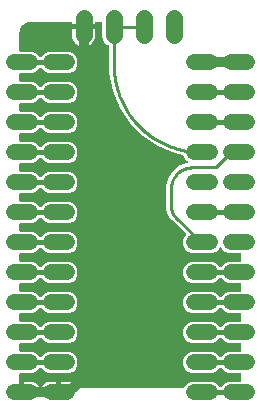
<source format=gbr>
G04 EAGLE Gerber RS-274X export*
G75*
%MOMM*%
%FSLAX34Y34*%
%LPD*%
%INBottom Copper*%
%IPPOS*%
%AMOC8*
5,1,8,0,0,1.08239X$1,22.5*%
G01*
%ADD10C,1.320800*%
%ADD11C,1.422400*%
%ADD12C,0.406400*%
%ADD13C,0.254000*%
%ADD14C,0.812800*%

G36*
X16882Y13986D02*
X16882Y13986D01*
X17001Y13993D01*
X17039Y14006D01*
X17080Y14011D01*
X17190Y14054D01*
X17303Y14091D01*
X17338Y14113D01*
X17375Y14128D01*
X17471Y14197D01*
X17572Y14261D01*
X17600Y14291D01*
X17633Y14314D01*
X17709Y14406D01*
X17790Y14493D01*
X17810Y14528D01*
X17835Y14559D01*
X17886Y14667D01*
X17944Y14771D01*
X17954Y14811D01*
X17971Y14847D01*
X17993Y14964D01*
X18023Y15079D01*
X18027Y15139D01*
X18031Y15159D01*
X18029Y15180D01*
X18033Y15240D01*
X18033Y19305D01*
X23326Y19305D01*
X24747Y19080D01*
X26116Y18635D01*
X27399Y17981D01*
X28563Y17135D01*
X29581Y16117D01*
X30427Y14953D01*
X30492Y14826D01*
X30515Y14793D01*
X30530Y14756D01*
X30604Y14662D01*
X30671Y14563D01*
X30701Y14536D01*
X30725Y14505D01*
X30820Y14431D01*
X30909Y14352D01*
X30945Y14334D01*
X30976Y14310D01*
X31086Y14262D01*
X31193Y14208D01*
X31232Y14199D01*
X31268Y14183D01*
X31386Y14164D01*
X31503Y14138D01*
X31543Y14140D01*
X31582Y14133D01*
X31701Y14144D01*
X31821Y14148D01*
X31859Y14159D01*
X31899Y14163D01*
X32011Y14203D01*
X32126Y14237D01*
X32161Y14257D01*
X32198Y14270D01*
X32297Y14338D01*
X32400Y14398D01*
X32428Y14426D01*
X32461Y14449D01*
X32541Y14539D01*
X32625Y14623D01*
X32646Y14657D01*
X32672Y14687D01*
X32754Y14826D01*
X32819Y14953D01*
X33665Y16117D01*
X34683Y17135D01*
X35847Y17981D01*
X37130Y18635D01*
X38499Y19080D01*
X39920Y19305D01*
X45213Y19305D01*
X45213Y15240D01*
X45228Y15122D01*
X45235Y15003D01*
X45247Y14965D01*
X45253Y14924D01*
X45296Y14814D01*
X45333Y14701D01*
X45355Y14666D01*
X45370Y14629D01*
X45439Y14533D01*
X45503Y14432D01*
X45533Y14404D01*
X45556Y14371D01*
X45648Y14295D01*
X45735Y14214D01*
X45770Y14194D01*
X45801Y14169D01*
X45909Y14118D01*
X46013Y14060D01*
X46053Y14050D01*
X46089Y14033D01*
X46206Y14011D01*
X46321Y13981D01*
X46381Y13977D01*
X46401Y13973D01*
X46422Y13975D01*
X46482Y13971D01*
X48006Y13971D01*
X48124Y13986D01*
X48243Y13993D01*
X48281Y14006D01*
X48322Y14011D01*
X48432Y14054D01*
X48545Y14091D01*
X48580Y14113D01*
X48617Y14128D01*
X48713Y14197D01*
X48814Y14261D01*
X48842Y14291D01*
X48875Y14314D01*
X48951Y14406D01*
X49032Y14493D01*
X49052Y14528D01*
X49077Y14559D01*
X49128Y14667D01*
X49186Y14771D01*
X49196Y14811D01*
X49213Y14847D01*
X49235Y14964D01*
X49265Y15079D01*
X49269Y15139D01*
X49273Y15159D01*
X49271Y15180D01*
X49275Y15240D01*
X49275Y19305D01*
X54568Y19305D01*
X55989Y19080D01*
X57358Y18635D01*
X58641Y17981D01*
X59805Y17135D01*
X60823Y16117D01*
X61669Y14953D01*
X61817Y14664D01*
X61894Y14549D01*
X61969Y14432D01*
X61984Y14418D01*
X61995Y14401D01*
X62099Y14309D01*
X62200Y14214D01*
X62218Y14204D01*
X62234Y14190D01*
X62357Y14128D01*
X62479Y14060D01*
X62499Y14055D01*
X62517Y14046D01*
X62653Y14016D01*
X62787Y13981D01*
X62815Y13979D01*
X62827Y13976D01*
X62848Y13977D01*
X62947Y13971D01*
X152630Y13971D01*
X152660Y13974D01*
X152689Y13972D01*
X152817Y13994D01*
X152946Y14011D01*
X152973Y14021D01*
X153002Y14026D01*
X153121Y14080D01*
X153241Y14128D01*
X153265Y14145D01*
X153292Y14157D01*
X153394Y14238D01*
X153499Y14314D01*
X153518Y14337D01*
X153541Y14356D01*
X153619Y14459D01*
X153702Y14559D01*
X153714Y14586D01*
X153732Y14610D01*
X153803Y14754D01*
X154045Y15340D01*
X156618Y17913D01*
X159979Y19305D01*
X176825Y19305D01*
X180186Y17913D01*
X182822Y15276D01*
X182843Y15240D01*
X182864Y15219D01*
X182879Y15194D01*
X182974Y15105D01*
X183064Y15012D01*
X183089Y14996D01*
X183111Y14976D01*
X183225Y14913D01*
X183335Y14845D01*
X183364Y14837D01*
X183390Y14822D01*
X183515Y14790D01*
X183639Y14752D01*
X183669Y14750D01*
X183697Y14743D01*
X183858Y14733D01*
X184188Y14733D01*
X184217Y14736D01*
X184247Y14734D01*
X184375Y14756D01*
X184503Y14773D01*
X184531Y14783D01*
X184560Y14789D01*
X184679Y14842D01*
X184799Y14890D01*
X184823Y14907D01*
X184850Y14919D01*
X184951Y15000D01*
X185056Y15076D01*
X185075Y15099D01*
X185098Y15118D01*
X185176Y15221D01*
X185213Y15265D01*
X187860Y17913D01*
X191221Y19305D01*
X200660Y19305D01*
X200778Y19320D01*
X200897Y19327D01*
X200935Y19340D01*
X200976Y19345D01*
X201086Y19388D01*
X201199Y19425D01*
X201234Y19447D01*
X201271Y19462D01*
X201367Y19531D01*
X201468Y19595D01*
X201496Y19625D01*
X201529Y19648D01*
X201605Y19740D01*
X201686Y19827D01*
X201706Y19862D01*
X201731Y19893D01*
X201782Y20001D01*
X201840Y20105D01*
X201850Y20145D01*
X201867Y20181D01*
X201889Y20298D01*
X201919Y20413D01*
X201923Y20473D01*
X201927Y20493D01*
X201925Y20514D01*
X201929Y20574D01*
X201929Y25146D01*
X201914Y25264D01*
X201907Y25383D01*
X201894Y25421D01*
X201889Y25462D01*
X201846Y25572D01*
X201809Y25685D01*
X201787Y25720D01*
X201772Y25757D01*
X201703Y25853D01*
X201639Y25954D01*
X201609Y25982D01*
X201586Y26015D01*
X201494Y26091D01*
X201407Y26172D01*
X201372Y26192D01*
X201341Y26217D01*
X201233Y26268D01*
X201129Y26326D01*
X201089Y26336D01*
X201053Y26353D01*
X200936Y26375D01*
X200821Y26405D01*
X200761Y26409D01*
X200741Y26413D01*
X200720Y26411D01*
X200660Y26415D01*
X191221Y26415D01*
X187860Y27807D01*
X185224Y30444D01*
X185203Y30480D01*
X185182Y30501D01*
X185167Y30526D01*
X185072Y30615D01*
X184982Y30708D01*
X184957Y30724D01*
X184935Y30744D01*
X184821Y30807D01*
X184711Y30875D01*
X184682Y30883D01*
X184656Y30898D01*
X184531Y30930D01*
X184407Y30968D01*
X184377Y30970D01*
X184349Y30977D01*
X184188Y30987D01*
X183858Y30987D01*
X183829Y30984D01*
X183799Y30986D01*
X183671Y30964D01*
X183543Y30947D01*
X183515Y30937D01*
X183486Y30931D01*
X183367Y30878D01*
X183247Y30830D01*
X183223Y30813D01*
X183196Y30801D01*
X183095Y30720D01*
X182990Y30644D01*
X182971Y30621D01*
X182948Y30602D01*
X182870Y30499D01*
X182833Y30455D01*
X180186Y27807D01*
X176825Y26415D01*
X159979Y26415D01*
X156618Y27807D01*
X154045Y30380D01*
X152653Y33741D01*
X152653Y37379D01*
X154045Y40740D01*
X156618Y43313D01*
X159979Y44705D01*
X176825Y44705D01*
X180186Y43313D01*
X182822Y40676D01*
X182843Y40640D01*
X182864Y40619D01*
X182879Y40594D01*
X182974Y40505D01*
X183064Y40412D01*
X183089Y40396D01*
X183111Y40376D01*
X183225Y40313D01*
X183335Y40245D01*
X183364Y40237D01*
X183390Y40222D01*
X183515Y40190D01*
X183639Y40152D01*
X183669Y40150D01*
X183697Y40143D01*
X183858Y40133D01*
X184188Y40133D01*
X184217Y40136D01*
X184247Y40134D01*
X184375Y40156D01*
X184503Y40173D01*
X184531Y40183D01*
X184560Y40189D01*
X184679Y40242D01*
X184799Y40290D01*
X184823Y40307D01*
X184850Y40319D01*
X184951Y40400D01*
X185056Y40476D01*
X185075Y40499D01*
X185098Y40518D01*
X185176Y40621D01*
X185213Y40665D01*
X187860Y43313D01*
X191221Y44705D01*
X200660Y44705D01*
X200778Y44720D01*
X200897Y44727D01*
X200935Y44740D01*
X200976Y44745D01*
X201086Y44788D01*
X201199Y44825D01*
X201234Y44847D01*
X201271Y44862D01*
X201367Y44931D01*
X201468Y44995D01*
X201496Y45025D01*
X201529Y45048D01*
X201605Y45140D01*
X201686Y45227D01*
X201706Y45262D01*
X201731Y45293D01*
X201782Y45401D01*
X201840Y45505D01*
X201850Y45545D01*
X201867Y45581D01*
X201889Y45698D01*
X201919Y45813D01*
X201923Y45873D01*
X201927Y45893D01*
X201925Y45914D01*
X201929Y45974D01*
X201929Y50546D01*
X201914Y50664D01*
X201907Y50783D01*
X201894Y50821D01*
X201889Y50862D01*
X201846Y50972D01*
X201809Y51085D01*
X201787Y51120D01*
X201772Y51157D01*
X201703Y51253D01*
X201639Y51354D01*
X201609Y51382D01*
X201586Y51415D01*
X201494Y51491D01*
X201407Y51572D01*
X201372Y51592D01*
X201341Y51617D01*
X201233Y51668D01*
X201129Y51726D01*
X201089Y51736D01*
X201053Y51753D01*
X200936Y51775D01*
X200821Y51805D01*
X200761Y51809D01*
X200741Y51813D01*
X200720Y51811D01*
X200660Y51815D01*
X191221Y51815D01*
X187860Y53207D01*
X185224Y55844D01*
X185203Y55880D01*
X185182Y55901D01*
X185167Y55926D01*
X185072Y56015D01*
X184982Y56108D01*
X184957Y56124D01*
X184935Y56144D01*
X184821Y56207D01*
X184711Y56275D01*
X184682Y56283D01*
X184656Y56298D01*
X184531Y56330D01*
X184407Y56368D01*
X184377Y56370D01*
X184349Y56377D01*
X184188Y56387D01*
X183858Y56387D01*
X183829Y56384D01*
X183799Y56386D01*
X183671Y56364D01*
X183543Y56347D01*
X183515Y56337D01*
X183486Y56331D01*
X183367Y56278D01*
X183247Y56230D01*
X183223Y56213D01*
X183196Y56201D01*
X183095Y56120D01*
X182990Y56044D01*
X182971Y56021D01*
X182948Y56002D01*
X182870Y55899D01*
X182833Y55855D01*
X180186Y53207D01*
X176825Y51815D01*
X159979Y51815D01*
X156618Y53207D01*
X154045Y55780D01*
X152653Y59141D01*
X152653Y62779D01*
X154045Y66140D01*
X156618Y68713D01*
X159979Y70105D01*
X176825Y70105D01*
X180186Y68713D01*
X182822Y66076D01*
X182843Y66040D01*
X182864Y66019D01*
X182879Y65994D01*
X182974Y65905D01*
X183064Y65812D01*
X183089Y65796D01*
X183111Y65776D01*
X183225Y65713D01*
X183335Y65645D01*
X183364Y65637D01*
X183390Y65622D01*
X183515Y65590D01*
X183639Y65552D01*
X183669Y65550D01*
X183697Y65543D01*
X183858Y65533D01*
X184188Y65533D01*
X184217Y65536D01*
X184247Y65534D01*
X184375Y65556D01*
X184503Y65573D01*
X184531Y65583D01*
X184560Y65589D01*
X184679Y65642D01*
X184799Y65690D01*
X184823Y65707D01*
X184850Y65719D01*
X184951Y65800D01*
X185056Y65876D01*
X185075Y65899D01*
X185098Y65918D01*
X185176Y66021D01*
X185213Y66065D01*
X187860Y68713D01*
X191221Y70105D01*
X200660Y70105D01*
X200778Y70120D01*
X200897Y70127D01*
X200935Y70140D01*
X200976Y70145D01*
X201086Y70188D01*
X201199Y70225D01*
X201234Y70247D01*
X201271Y70262D01*
X201367Y70331D01*
X201468Y70395D01*
X201496Y70425D01*
X201529Y70448D01*
X201605Y70540D01*
X201686Y70627D01*
X201706Y70662D01*
X201731Y70693D01*
X201782Y70801D01*
X201840Y70905D01*
X201850Y70945D01*
X201867Y70981D01*
X201889Y71098D01*
X201919Y71213D01*
X201923Y71273D01*
X201927Y71293D01*
X201925Y71314D01*
X201929Y71374D01*
X201929Y75946D01*
X201914Y76064D01*
X201907Y76183D01*
X201894Y76221D01*
X201889Y76262D01*
X201846Y76372D01*
X201809Y76485D01*
X201787Y76520D01*
X201772Y76557D01*
X201703Y76653D01*
X201639Y76754D01*
X201609Y76782D01*
X201586Y76815D01*
X201494Y76891D01*
X201407Y76972D01*
X201372Y76992D01*
X201341Y77017D01*
X201233Y77068D01*
X201129Y77126D01*
X201089Y77136D01*
X201053Y77153D01*
X200936Y77175D01*
X200821Y77205D01*
X200761Y77209D01*
X200741Y77213D01*
X200720Y77211D01*
X200660Y77215D01*
X191221Y77215D01*
X187860Y78607D01*
X185224Y81244D01*
X185203Y81280D01*
X185182Y81301D01*
X185167Y81326D01*
X185072Y81415D01*
X184982Y81508D01*
X184957Y81524D01*
X184935Y81544D01*
X184821Y81607D01*
X184711Y81675D01*
X184682Y81683D01*
X184656Y81698D01*
X184531Y81730D01*
X184407Y81768D01*
X184377Y81770D01*
X184349Y81777D01*
X184188Y81787D01*
X183858Y81787D01*
X183829Y81784D01*
X183799Y81786D01*
X183671Y81764D01*
X183543Y81747D01*
X183515Y81737D01*
X183486Y81731D01*
X183367Y81678D01*
X183247Y81630D01*
X183223Y81613D01*
X183196Y81601D01*
X183095Y81520D01*
X182990Y81444D01*
X182971Y81421D01*
X182948Y81402D01*
X182870Y81299D01*
X182833Y81255D01*
X180186Y78607D01*
X176825Y77215D01*
X159979Y77215D01*
X156618Y78607D01*
X154045Y81180D01*
X152653Y84541D01*
X152653Y88179D01*
X154045Y91540D01*
X156618Y94113D01*
X159979Y95505D01*
X176825Y95505D01*
X180186Y94113D01*
X182822Y91476D01*
X182843Y91440D01*
X182864Y91419D01*
X182879Y91394D01*
X182974Y91305D01*
X183064Y91212D01*
X183089Y91196D01*
X183111Y91176D01*
X183225Y91113D01*
X183335Y91045D01*
X183364Y91037D01*
X183390Y91022D01*
X183515Y90990D01*
X183639Y90952D01*
X183669Y90950D01*
X183697Y90943D01*
X183858Y90933D01*
X184188Y90933D01*
X184217Y90936D01*
X184247Y90934D01*
X184375Y90956D01*
X184503Y90973D01*
X184531Y90983D01*
X184560Y90989D01*
X184679Y91042D01*
X184799Y91090D01*
X184823Y91107D01*
X184850Y91119D01*
X184951Y91200D01*
X185056Y91276D01*
X185075Y91299D01*
X185098Y91318D01*
X185176Y91421D01*
X185213Y91465D01*
X187860Y94113D01*
X191221Y95505D01*
X200660Y95505D01*
X200778Y95520D01*
X200897Y95527D01*
X200935Y95540D01*
X200976Y95545D01*
X201086Y95588D01*
X201199Y95625D01*
X201234Y95647D01*
X201271Y95662D01*
X201367Y95731D01*
X201468Y95795D01*
X201496Y95825D01*
X201529Y95848D01*
X201605Y95940D01*
X201686Y96027D01*
X201706Y96062D01*
X201731Y96093D01*
X201782Y96201D01*
X201840Y96305D01*
X201850Y96345D01*
X201867Y96381D01*
X201889Y96498D01*
X201919Y96613D01*
X201923Y96673D01*
X201927Y96693D01*
X201925Y96714D01*
X201929Y96774D01*
X201929Y101346D01*
X201914Y101464D01*
X201907Y101583D01*
X201894Y101621D01*
X201889Y101662D01*
X201846Y101772D01*
X201809Y101885D01*
X201787Y101920D01*
X201772Y101957D01*
X201703Y102053D01*
X201639Y102154D01*
X201609Y102182D01*
X201586Y102215D01*
X201494Y102291D01*
X201407Y102372D01*
X201372Y102392D01*
X201341Y102417D01*
X201233Y102468D01*
X201129Y102526D01*
X201089Y102536D01*
X201053Y102553D01*
X200936Y102575D01*
X200821Y102605D01*
X200761Y102609D01*
X200741Y102613D01*
X200720Y102611D01*
X200660Y102615D01*
X191221Y102615D01*
X187860Y104007D01*
X185224Y106644D01*
X185203Y106680D01*
X185182Y106701D01*
X185167Y106726D01*
X185072Y106815D01*
X184982Y106908D01*
X184957Y106924D01*
X184935Y106944D01*
X184821Y107007D01*
X184711Y107075D01*
X184682Y107083D01*
X184656Y107098D01*
X184531Y107130D01*
X184407Y107168D01*
X184377Y107170D01*
X184349Y107177D01*
X184188Y107187D01*
X183858Y107187D01*
X183829Y107184D01*
X183799Y107186D01*
X183671Y107164D01*
X183543Y107147D01*
X183515Y107137D01*
X183486Y107131D01*
X183367Y107078D01*
X183247Y107030D01*
X183223Y107013D01*
X183196Y107001D01*
X183095Y106920D01*
X182990Y106844D01*
X182971Y106821D01*
X182948Y106802D01*
X182870Y106699D01*
X182833Y106655D01*
X180186Y104007D01*
X176825Y102615D01*
X159979Y102615D01*
X156618Y104007D01*
X154045Y106580D01*
X152653Y109941D01*
X152653Y113579D01*
X154045Y116940D01*
X156618Y119513D01*
X159979Y120905D01*
X176825Y120905D01*
X180186Y119513D01*
X182822Y116876D01*
X182843Y116840D01*
X182864Y116819D01*
X182879Y116794D01*
X182974Y116705D01*
X183064Y116612D01*
X183089Y116596D01*
X183111Y116576D01*
X183225Y116513D01*
X183335Y116445D01*
X183364Y116437D01*
X183390Y116422D01*
X183515Y116390D01*
X183639Y116352D01*
X183669Y116350D01*
X183697Y116343D01*
X183858Y116333D01*
X184188Y116333D01*
X184217Y116336D01*
X184247Y116334D01*
X184375Y116356D01*
X184503Y116373D01*
X184531Y116383D01*
X184560Y116389D01*
X184679Y116442D01*
X184799Y116490D01*
X184823Y116507D01*
X184850Y116519D01*
X184951Y116600D01*
X185056Y116676D01*
X185075Y116699D01*
X185098Y116718D01*
X185176Y116821D01*
X185213Y116865D01*
X187860Y119513D01*
X191221Y120905D01*
X200660Y120905D01*
X200778Y120920D01*
X200897Y120927D01*
X200935Y120940D01*
X200976Y120945D01*
X201086Y120988D01*
X201199Y121025D01*
X201234Y121047D01*
X201271Y121062D01*
X201367Y121131D01*
X201468Y121195D01*
X201496Y121225D01*
X201529Y121248D01*
X201605Y121340D01*
X201686Y121427D01*
X201706Y121462D01*
X201731Y121493D01*
X201782Y121601D01*
X201840Y121705D01*
X201850Y121745D01*
X201867Y121781D01*
X201889Y121898D01*
X201919Y122013D01*
X201923Y122073D01*
X201927Y122093D01*
X201925Y122114D01*
X201929Y122174D01*
X201929Y126746D01*
X201914Y126864D01*
X201907Y126983D01*
X201894Y127021D01*
X201889Y127062D01*
X201846Y127172D01*
X201809Y127285D01*
X201787Y127320D01*
X201772Y127357D01*
X201703Y127453D01*
X201639Y127554D01*
X201609Y127582D01*
X201586Y127615D01*
X201494Y127691D01*
X201407Y127772D01*
X201372Y127792D01*
X201341Y127817D01*
X201233Y127868D01*
X201129Y127926D01*
X201089Y127936D01*
X201053Y127953D01*
X200936Y127975D01*
X200821Y128005D01*
X200761Y128009D01*
X200741Y128013D01*
X200720Y128011D01*
X200660Y128015D01*
X191221Y128015D01*
X187860Y129407D01*
X185287Y131980D01*
X185196Y132202D01*
X185127Y132322D01*
X185062Y132445D01*
X185048Y132460D01*
X185038Y132478D01*
X184942Y132578D01*
X184848Y132681D01*
X184831Y132692D01*
X184817Y132706D01*
X184699Y132779D01*
X184582Y132855D01*
X184563Y132862D01*
X184546Y132873D01*
X184413Y132913D01*
X184281Y132959D01*
X184261Y132960D01*
X184242Y132966D01*
X184103Y132973D01*
X183964Y132984D01*
X183944Y132980D01*
X183924Y132981D01*
X183788Y132953D01*
X183651Y132929D01*
X183632Y132921D01*
X183613Y132917D01*
X183488Y132856D01*
X183361Y132799D01*
X183345Y132786D01*
X183327Y132777D01*
X183221Y132687D01*
X183113Y132600D01*
X183100Y132584D01*
X183085Y132571D01*
X183005Y132457D01*
X182921Y132346D01*
X182909Y132321D01*
X182902Y132311D01*
X182895Y132292D01*
X182850Y132202D01*
X182759Y131980D01*
X180186Y129407D01*
X176825Y128015D01*
X159979Y128015D01*
X156618Y129407D01*
X154045Y131980D01*
X152653Y135341D01*
X152653Y138979D01*
X154045Y142340D01*
X154661Y142955D01*
X154734Y143049D01*
X154812Y143139D01*
X154831Y143175D01*
X154856Y143206D01*
X154903Y143316D01*
X154957Y143422D01*
X154966Y143461D01*
X154982Y143498D01*
X155001Y143616D01*
X155027Y143732D01*
X155025Y143772D01*
X155032Y143812D01*
X155021Y143931D01*
X155017Y144050D01*
X155006Y144089D01*
X155002Y144129D01*
X154962Y144241D01*
X154929Y144355D01*
X154908Y144390D01*
X154894Y144428D01*
X154828Y144527D01*
X154767Y144629D01*
X154727Y144675D01*
X154716Y144691D01*
X154701Y144705D01*
X154661Y144750D01*
X143279Y156132D01*
X143278Y156132D01*
X143278Y156133D01*
X143264Y156146D01*
X143264Y156147D01*
X143262Y156149D01*
X140943Y158468D01*
X138429Y164537D01*
X138429Y167748D01*
X138429Y186148D01*
X140560Y192707D01*
X144614Y198286D01*
X150193Y202340D01*
X155539Y204077D01*
X155629Y204119D01*
X155722Y204153D01*
X155772Y204186D01*
X155827Y204212D01*
X155903Y204275D01*
X155985Y204331D01*
X156025Y204376D01*
X156072Y204415D01*
X156130Y204495D01*
X156196Y204570D01*
X156223Y204623D01*
X156259Y204672D01*
X156295Y204764D01*
X156341Y204853D01*
X156354Y204912D01*
X156376Y204968D01*
X156388Y205066D01*
X156410Y205163D01*
X156408Y205223D01*
X156416Y205283D01*
X156404Y205382D01*
X156401Y205481D01*
X156384Y205539D01*
X156376Y205599D01*
X156340Y205691D01*
X156312Y205786D01*
X156282Y205838D01*
X156259Y205894D01*
X156201Y205975D01*
X156151Y206060D01*
X156085Y206135D01*
X156073Y206152D01*
X156063Y206160D01*
X156044Y206181D01*
X154045Y208180D01*
X153092Y210482D01*
X153060Y210538D01*
X153037Y210598D01*
X152982Y210675D01*
X152934Y210758D01*
X152890Y210804D01*
X152852Y210857D01*
X152780Y210918D01*
X152713Y210987D01*
X152658Y211020D01*
X152609Y211062D01*
X152523Y211103D01*
X152442Y211153D01*
X152381Y211172D01*
X152323Y211200D01*
X152167Y211241D01*
X145508Y212566D01*
X131225Y218482D01*
X118370Y227071D01*
X107437Y238004D01*
X98848Y250859D01*
X92932Y265142D01*
X89915Y280306D01*
X89915Y302956D01*
X89912Y302986D01*
X89914Y303015D01*
X89892Y303143D01*
X89875Y303272D01*
X89865Y303299D01*
X89860Y303328D01*
X89806Y303447D01*
X89758Y303568D01*
X89741Y303591D01*
X89729Y303618D01*
X89648Y303720D01*
X89572Y303825D01*
X89549Y303844D01*
X89530Y303867D01*
X89427Y303945D01*
X89327Y304028D01*
X89300Y304040D01*
X89276Y304058D01*
X89132Y304129D01*
X88258Y304491D01*
X85543Y307206D01*
X84073Y310754D01*
X84073Y322580D01*
X84058Y322698D01*
X84051Y322817D01*
X84038Y322855D01*
X84033Y322896D01*
X83990Y323006D01*
X83953Y323119D01*
X83931Y323154D01*
X83916Y323191D01*
X83847Y323287D01*
X83783Y323388D01*
X83753Y323416D01*
X83730Y323449D01*
X83638Y323525D01*
X83551Y323606D01*
X83516Y323626D01*
X83485Y323651D01*
X83377Y323702D01*
X83273Y323760D01*
X83233Y323770D01*
X83197Y323787D01*
X83080Y323809D01*
X82965Y323839D01*
X82905Y323843D01*
X82885Y323847D01*
X82864Y323845D01*
X82804Y323849D01*
X79248Y323849D01*
X79130Y323834D01*
X79011Y323827D01*
X78973Y323814D01*
X78932Y323809D01*
X78822Y323766D01*
X78709Y323729D01*
X78674Y323707D01*
X78637Y323692D01*
X78541Y323623D01*
X78440Y323559D01*
X78412Y323529D01*
X78379Y323506D01*
X78303Y323414D01*
X78222Y323327D01*
X78202Y323292D01*
X78177Y323261D01*
X78126Y323153D01*
X78068Y323049D01*
X78058Y323009D01*
X78041Y322973D01*
X78019Y322856D01*
X77989Y322741D01*
X77985Y322681D01*
X77981Y322661D01*
X77983Y322640D01*
X77979Y322580D01*
X77979Y322071D01*
X69342Y322071D01*
X69224Y322056D01*
X69105Y322049D01*
X69067Y322036D01*
X69027Y322031D01*
X68916Y321988D01*
X68803Y321951D01*
X68769Y321929D01*
X68731Y321914D01*
X68635Y321845D01*
X68534Y321781D01*
X68506Y321751D01*
X68474Y321728D01*
X68398Y321636D01*
X68323Y321556D01*
X68289Y321610D01*
X68259Y321638D01*
X68235Y321671D01*
X68144Y321747D01*
X68057Y321828D01*
X68022Y321848D01*
X67990Y321873D01*
X67883Y321924D01*
X67778Y321982D01*
X67739Y321992D01*
X67703Y322009D01*
X67586Y322031D01*
X67470Y322061D01*
X67410Y322065D01*
X67390Y322069D01*
X67370Y322067D01*
X67310Y322071D01*
X58673Y322071D01*
X58673Y322580D01*
X58658Y322698D01*
X58651Y322817D01*
X58638Y322855D01*
X58633Y322896D01*
X58590Y323006D01*
X58553Y323119D01*
X58531Y323154D01*
X58516Y323191D01*
X58447Y323287D01*
X58383Y323388D01*
X58353Y323416D01*
X58330Y323449D01*
X58238Y323525D01*
X58151Y323606D01*
X58116Y323626D01*
X58085Y323651D01*
X57977Y323702D01*
X57873Y323760D01*
X57833Y323770D01*
X57797Y323787D01*
X57680Y323809D01*
X57565Y323839D01*
X57505Y323843D01*
X57485Y323847D01*
X57464Y323845D01*
X57404Y323849D01*
X22860Y323849D01*
X22838Y323847D01*
X22760Y323845D01*
X21568Y323752D01*
X21501Y323738D01*
X21432Y323733D01*
X21276Y323693D01*
X19008Y322957D01*
X18901Y322906D01*
X18791Y322863D01*
X18739Y322830D01*
X18721Y322821D01*
X18705Y322808D01*
X18655Y322776D01*
X16726Y321375D01*
X16639Y321294D01*
X16548Y321218D01*
X16509Y321171D01*
X16494Y321157D01*
X16483Y321140D01*
X16445Y321094D01*
X15044Y319165D01*
X14987Y319061D01*
X14923Y318961D01*
X14900Y318905D01*
X14890Y318887D01*
X14885Y318867D01*
X14863Y318812D01*
X14127Y316544D01*
X14114Y316476D01*
X14091Y316411D01*
X14068Y316252D01*
X13975Y315060D01*
X13976Y315038D01*
X13971Y314960D01*
X13971Y299974D01*
X13986Y299856D01*
X13993Y299737D01*
X14006Y299699D01*
X14011Y299658D01*
X14054Y299548D01*
X14091Y299435D01*
X14113Y299400D01*
X14128Y299363D01*
X14197Y299267D01*
X14261Y299166D01*
X14291Y299138D01*
X14314Y299105D01*
X14406Y299029D01*
X14493Y298948D01*
X14528Y298928D01*
X14559Y298903D01*
X14667Y298852D01*
X14771Y298794D01*
X14811Y298784D01*
X14847Y298767D01*
X14964Y298745D01*
X15079Y298715D01*
X15139Y298711D01*
X15159Y298707D01*
X15180Y298709D01*
X15240Y298705D01*
X24425Y298705D01*
X27786Y297313D01*
X30422Y294676D01*
X30443Y294640D01*
X30464Y294619D01*
X30479Y294594D01*
X30574Y294505D01*
X30664Y294412D01*
X30689Y294396D01*
X30711Y294376D01*
X30825Y294313D01*
X30935Y294245D01*
X30964Y294237D01*
X30990Y294222D01*
X31115Y294190D01*
X31239Y294152D01*
X31269Y294150D01*
X31297Y294143D01*
X31458Y294133D01*
X31788Y294133D01*
X31817Y294136D01*
X31847Y294134D01*
X31975Y294156D01*
X32103Y294173D01*
X32131Y294183D01*
X32160Y294189D01*
X32279Y294242D01*
X32399Y294290D01*
X32423Y294307D01*
X32450Y294319D01*
X32551Y294400D01*
X32656Y294476D01*
X32675Y294499D01*
X32698Y294518D01*
X32776Y294621D01*
X32813Y294665D01*
X35460Y297313D01*
X38821Y298705D01*
X55667Y298705D01*
X59028Y297313D01*
X61601Y294740D01*
X62993Y291379D01*
X62993Y287741D01*
X61601Y284380D01*
X59028Y281807D01*
X55667Y280415D01*
X38821Y280415D01*
X35460Y281807D01*
X32824Y284444D01*
X32803Y284480D01*
X32782Y284501D01*
X32767Y284526D01*
X32672Y284615D01*
X32582Y284708D01*
X32557Y284724D01*
X32535Y284744D01*
X32421Y284807D01*
X32311Y284875D01*
X32282Y284883D01*
X32256Y284898D01*
X32131Y284930D01*
X32007Y284968D01*
X31977Y284970D01*
X31949Y284977D01*
X31788Y284987D01*
X31458Y284987D01*
X31429Y284984D01*
X31399Y284986D01*
X31271Y284964D01*
X31143Y284947D01*
X31115Y284937D01*
X31086Y284931D01*
X30967Y284878D01*
X30847Y284830D01*
X30823Y284813D01*
X30796Y284801D01*
X30695Y284720D01*
X30590Y284644D01*
X30571Y284621D01*
X30548Y284602D01*
X30470Y284499D01*
X30433Y284455D01*
X27786Y281807D01*
X24425Y280415D01*
X15240Y280415D01*
X15122Y280400D01*
X15003Y280393D01*
X14965Y280380D01*
X14924Y280375D01*
X14814Y280332D01*
X14701Y280295D01*
X14666Y280273D01*
X14629Y280258D01*
X14533Y280189D01*
X14432Y280125D01*
X14404Y280095D01*
X14371Y280072D01*
X14295Y279980D01*
X14214Y279893D01*
X14194Y279858D01*
X14169Y279827D01*
X14118Y279719D01*
X14060Y279615D01*
X14050Y279575D01*
X14033Y279539D01*
X14011Y279422D01*
X13981Y279307D01*
X13977Y279247D01*
X13973Y279227D01*
X13975Y279206D01*
X13971Y279146D01*
X13971Y274574D01*
X13986Y274456D01*
X13993Y274337D01*
X14006Y274299D01*
X14011Y274258D01*
X14054Y274148D01*
X14091Y274035D01*
X14113Y274000D01*
X14128Y273963D01*
X14197Y273867D01*
X14261Y273766D01*
X14291Y273738D01*
X14314Y273705D01*
X14406Y273629D01*
X14493Y273548D01*
X14528Y273528D01*
X14559Y273503D01*
X14667Y273452D01*
X14771Y273394D01*
X14811Y273384D01*
X14847Y273367D01*
X14964Y273345D01*
X15079Y273315D01*
X15139Y273311D01*
X15159Y273307D01*
X15180Y273309D01*
X15240Y273305D01*
X24425Y273305D01*
X27786Y271913D01*
X30422Y269276D01*
X30443Y269240D01*
X30464Y269219D01*
X30479Y269194D01*
X30574Y269105D01*
X30664Y269012D01*
X30689Y268996D01*
X30711Y268976D01*
X30825Y268913D01*
X30935Y268845D01*
X30964Y268837D01*
X30990Y268822D01*
X31115Y268790D01*
X31239Y268752D01*
X31269Y268750D01*
X31297Y268743D01*
X31458Y268733D01*
X31788Y268733D01*
X31817Y268736D01*
X31847Y268734D01*
X31975Y268756D01*
X32103Y268773D01*
X32131Y268783D01*
X32160Y268789D01*
X32279Y268842D01*
X32399Y268890D01*
X32423Y268907D01*
X32450Y268919D01*
X32551Y269000D01*
X32656Y269076D01*
X32675Y269099D01*
X32698Y269118D01*
X32776Y269221D01*
X32813Y269265D01*
X35460Y271913D01*
X38821Y273305D01*
X55667Y273305D01*
X59028Y271913D01*
X61601Y269340D01*
X62993Y265979D01*
X62993Y262341D01*
X61601Y258980D01*
X59028Y256407D01*
X55667Y255015D01*
X38821Y255015D01*
X35460Y256407D01*
X32824Y259044D01*
X32803Y259080D01*
X32782Y259101D01*
X32767Y259126D01*
X32672Y259215D01*
X32582Y259308D01*
X32557Y259324D01*
X32535Y259344D01*
X32421Y259407D01*
X32311Y259475D01*
X32282Y259483D01*
X32256Y259498D01*
X32131Y259530D01*
X32007Y259568D01*
X31977Y259570D01*
X31949Y259577D01*
X31788Y259587D01*
X31458Y259587D01*
X31429Y259584D01*
X31399Y259586D01*
X31271Y259564D01*
X31143Y259547D01*
X31115Y259537D01*
X31086Y259531D01*
X30967Y259478D01*
X30847Y259430D01*
X30823Y259413D01*
X30796Y259401D01*
X30695Y259320D01*
X30590Y259244D01*
X30571Y259221D01*
X30548Y259202D01*
X30470Y259099D01*
X30433Y259055D01*
X27786Y256407D01*
X24425Y255015D01*
X15240Y255015D01*
X15122Y255000D01*
X15003Y254993D01*
X14965Y254980D01*
X14924Y254975D01*
X14814Y254932D01*
X14701Y254895D01*
X14666Y254873D01*
X14629Y254858D01*
X14533Y254789D01*
X14432Y254725D01*
X14404Y254695D01*
X14371Y254672D01*
X14295Y254580D01*
X14214Y254493D01*
X14194Y254458D01*
X14169Y254427D01*
X14118Y254319D01*
X14060Y254215D01*
X14050Y254175D01*
X14033Y254139D01*
X14011Y254022D01*
X13981Y253907D01*
X13977Y253847D01*
X13973Y253827D01*
X13975Y253806D01*
X13971Y253746D01*
X13971Y249174D01*
X13986Y249056D01*
X13993Y248937D01*
X14006Y248899D01*
X14011Y248858D01*
X14054Y248748D01*
X14091Y248635D01*
X14113Y248600D01*
X14128Y248563D01*
X14197Y248467D01*
X14261Y248366D01*
X14291Y248338D01*
X14314Y248305D01*
X14406Y248229D01*
X14493Y248148D01*
X14528Y248128D01*
X14559Y248103D01*
X14667Y248052D01*
X14771Y247994D01*
X14811Y247984D01*
X14847Y247967D01*
X14964Y247945D01*
X15079Y247915D01*
X15139Y247911D01*
X15159Y247907D01*
X15180Y247909D01*
X15240Y247905D01*
X24425Y247905D01*
X27786Y246513D01*
X30422Y243876D01*
X30443Y243840D01*
X30464Y243819D01*
X30479Y243794D01*
X30574Y243705D01*
X30664Y243612D01*
X30689Y243596D01*
X30711Y243576D01*
X30825Y243513D01*
X30935Y243445D01*
X30964Y243437D01*
X30990Y243422D01*
X31115Y243390D01*
X31239Y243352D01*
X31269Y243350D01*
X31297Y243343D01*
X31458Y243333D01*
X31788Y243333D01*
X31817Y243336D01*
X31847Y243334D01*
X31975Y243356D01*
X32103Y243373D01*
X32131Y243383D01*
X32160Y243389D01*
X32279Y243442D01*
X32399Y243490D01*
X32423Y243507D01*
X32450Y243519D01*
X32551Y243600D01*
X32656Y243676D01*
X32675Y243699D01*
X32698Y243718D01*
X32776Y243821D01*
X32813Y243865D01*
X35460Y246513D01*
X38821Y247905D01*
X55667Y247905D01*
X59028Y246513D01*
X61601Y243940D01*
X62993Y240579D01*
X62993Y236941D01*
X61601Y233580D01*
X59028Y231007D01*
X55667Y229615D01*
X38821Y229615D01*
X35460Y231007D01*
X32824Y233644D01*
X32803Y233680D01*
X32782Y233701D01*
X32767Y233726D01*
X32672Y233815D01*
X32582Y233908D01*
X32557Y233924D01*
X32535Y233944D01*
X32421Y234007D01*
X32311Y234075D01*
X32282Y234083D01*
X32256Y234098D01*
X32131Y234130D01*
X32007Y234168D01*
X31977Y234170D01*
X31949Y234177D01*
X31788Y234187D01*
X31458Y234187D01*
X31429Y234184D01*
X31399Y234186D01*
X31271Y234164D01*
X31143Y234147D01*
X31115Y234137D01*
X31086Y234131D01*
X30967Y234078D01*
X30847Y234030D01*
X30823Y234013D01*
X30796Y234001D01*
X30695Y233920D01*
X30590Y233844D01*
X30571Y233821D01*
X30548Y233802D01*
X30470Y233699D01*
X30433Y233655D01*
X27786Y231007D01*
X24425Y229615D01*
X15240Y229615D01*
X15122Y229600D01*
X15003Y229593D01*
X14965Y229580D01*
X14924Y229575D01*
X14814Y229532D01*
X14701Y229495D01*
X14666Y229473D01*
X14629Y229458D01*
X14533Y229389D01*
X14432Y229325D01*
X14404Y229295D01*
X14371Y229272D01*
X14295Y229180D01*
X14214Y229093D01*
X14194Y229058D01*
X14169Y229027D01*
X14118Y228919D01*
X14060Y228815D01*
X14050Y228775D01*
X14033Y228739D01*
X14011Y228622D01*
X13981Y228507D01*
X13977Y228447D01*
X13973Y228427D01*
X13975Y228406D01*
X13971Y228346D01*
X13971Y223774D01*
X13986Y223656D01*
X13993Y223537D01*
X14006Y223499D01*
X14011Y223458D01*
X14054Y223348D01*
X14091Y223235D01*
X14113Y223200D01*
X14128Y223163D01*
X14197Y223067D01*
X14261Y222966D01*
X14291Y222938D01*
X14314Y222905D01*
X14406Y222829D01*
X14493Y222748D01*
X14528Y222728D01*
X14559Y222703D01*
X14667Y222652D01*
X14771Y222594D01*
X14811Y222584D01*
X14847Y222567D01*
X14964Y222545D01*
X15079Y222515D01*
X15139Y222511D01*
X15159Y222507D01*
X15180Y222509D01*
X15240Y222505D01*
X24425Y222505D01*
X27786Y221113D01*
X30422Y218476D01*
X30443Y218440D01*
X30464Y218419D01*
X30479Y218394D01*
X30574Y218305D01*
X30664Y218212D01*
X30689Y218196D01*
X30711Y218176D01*
X30825Y218113D01*
X30935Y218045D01*
X30964Y218037D01*
X30990Y218022D01*
X31115Y217990D01*
X31239Y217952D01*
X31269Y217950D01*
X31297Y217943D01*
X31458Y217933D01*
X31788Y217933D01*
X31817Y217936D01*
X31847Y217934D01*
X31975Y217956D01*
X32103Y217973D01*
X32131Y217983D01*
X32160Y217989D01*
X32279Y218042D01*
X32399Y218090D01*
X32423Y218107D01*
X32450Y218119D01*
X32551Y218200D01*
X32656Y218276D01*
X32675Y218299D01*
X32698Y218318D01*
X32776Y218421D01*
X32813Y218465D01*
X35460Y221113D01*
X38821Y222505D01*
X55667Y222505D01*
X59028Y221113D01*
X61601Y218540D01*
X62993Y215179D01*
X62993Y211541D01*
X61601Y208180D01*
X59028Y205607D01*
X55667Y204215D01*
X38821Y204215D01*
X35460Y205607D01*
X32824Y208244D01*
X32803Y208280D01*
X32782Y208301D01*
X32767Y208326D01*
X32672Y208415D01*
X32582Y208508D01*
X32557Y208524D01*
X32535Y208544D01*
X32421Y208607D01*
X32311Y208675D01*
X32282Y208683D01*
X32256Y208698D01*
X32131Y208730D01*
X32007Y208768D01*
X31977Y208770D01*
X31949Y208777D01*
X31788Y208787D01*
X31458Y208787D01*
X31429Y208784D01*
X31399Y208786D01*
X31271Y208764D01*
X31143Y208747D01*
X31115Y208737D01*
X31086Y208731D01*
X30967Y208678D01*
X30847Y208630D01*
X30823Y208613D01*
X30796Y208601D01*
X30695Y208520D01*
X30590Y208444D01*
X30571Y208421D01*
X30548Y208402D01*
X30470Y208299D01*
X30433Y208255D01*
X27786Y205607D01*
X24425Y204215D01*
X15240Y204215D01*
X15122Y204200D01*
X15003Y204193D01*
X14965Y204180D01*
X14924Y204175D01*
X14814Y204132D01*
X14701Y204095D01*
X14666Y204073D01*
X14629Y204058D01*
X14533Y203989D01*
X14432Y203925D01*
X14404Y203895D01*
X14371Y203872D01*
X14295Y203780D01*
X14214Y203693D01*
X14194Y203658D01*
X14169Y203627D01*
X14118Y203519D01*
X14060Y203415D01*
X14050Y203375D01*
X14033Y203339D01*
X14011Y203222D01*
X13981Y203107D01*
X13977Y203047D01*
X13973Y203027D01*
X13975Y203006D01*
X13971Y202946D01*
X13971Y198374D01*
X13986Y198256D01*
X13993Y198137D01*
X14006Y198099D01*
X14011Y198058D01*
X14054Y197948D01*
X14091Y197835D01*
X14113Y197800D01*
X14128Y197763D01*
X14197Y197667D01*
X14261Y197566D01*
X14291Y197538D01*
X14314Y197505D01*
X14406Y197429D01*
X14493Y197348D01*
X14528Y197328D01*
X14559Y197303D01*
X14667Y197252D01*
X14771Y197194D01*
X14811Y197184D01*
X14847Y197167D01*
X14964Y197145D01*
X15079Y197115D01*
X15139Y197111D01*
X15159Y197107D01*
X15180Y197109D01*
X15240Y197105D01*
X24425Y197105D01*
X27786Y195713D01*
X30422Y193076D01*
X30443Y193040D01*
X30464Y193019D01*
X30479Y192994D01*
X30574Y192905D01*
X30664Y192812D01*
X30689Y192796D01*
X30711Y192776D01*
X30825Y192713D01*
X30935Y192645D01*
X30964Y192637D01*
X30990Y192622D01*
X31115Y192590D01*
X31239Y192552D01*
X31269Y192550D01*
X31297Y192543D01*
X31458Y192533D01*
X31788Y192533D01*
X31817Y192536D01*
X31847Y192534D01*
X31975Y192556D01*
X32103Y192573D01*
X32131Y192583D01*
X32160Y192589D01*
X32279Y192642D01*
X32399Y192690D01*
X32423Y192707D01*
X32450Y192719D01*
X32551Y192800D01*
X32656Y192876D01*
X32675Y192899D01*
X32698Y192918D01*
X32776Y193021D01*
X32813Y193065D01*
X35460Y195713D01*
X38821Y197105D01*
X55667Y197105D01*
X59028Y195713D01*
X61601Y193140D01*
X62993Y189779D01*
X62993Y186141D01*
X61601Y182780D01*
X59028Y180207D01*
X55667Y178815D01*
X38821Y178815D01*
X35460Y180207D01*
X32824Y182844D01*
X32803Y182880D01*
X32782Y182901D01*
X32767Y182926D01*
X32672Y183015D01*
X32582Y183108D01*
X32557Y183124D01*
X32535Y183144D01*
X32421Y183207D01*
X32311Y183275D01*
X32282Y183283D01*
X32256Y183298D01*
X32131Y183330D01*
X32007Y183368D01*
X31977Y183370D01*
X31949Y183377D01*
X31788Y183387D01*
X31458Y183387D01*
X31429Y183384D01*
X31399Y183386D01*
X31271Y183364D01*
X31143Y183347D01*
X31115Y183337D01*
X31086Y183331D01*
X30967Y183278D01*
X30847Y183230D01*
X30823Y183213D01*
X30796Y183201D01*
X30695Y183120D01*
X30590Y183044D01*
X30571Y183021D01*
X30548Y183002D01*
X30470Y182899D01*
X30433Y182855D01*
X27786Y180207D01*
X24425Y178815D01*
X15240Y178815D01*
X15122Y178800D01*
X15003Y178793D01*
X14965Y178780D01*
X14924Y178775D01*
X14814Y178732D01*
X14701Y178695D01*
X14666Y178673D01*
X14629Y178658D01*
X14533Y178589D01*
X14432Y178525D01*
X14404Y178495D01*
X14371Y178472D01*
X14295Y178380D01*
X14214Y178293D01*
X14194Y178258D01*
X14169Y178227D01*
X14118Y178119D01*
X14060Y178015D01*
X14050Y177975D01*
X14033Y177939D01*
X14011Y177822D01*
X13981Y177707D01*
X13977Y177647D01*
X13973Y177627D01*
X13975Y177606D01*
X13971Y177546D01*
X13971Y172974D01*
X13986Y172856D01*
X13993Y172737D01*
X14006Y172699D01*
X14011Y172658D01*
X14054Y172548D01*
X14091Y172435D01*
X14113Y172400D01*
X14128Y172363D01*
X14197Y172267D01*
X14261Y172166D01*
X14291Y172138D01*
X14314Y172105D01*
X14406Y172029D01*
X14493Y171948D01*
X14528Y171928D01*
X14559Y171903D01*
X14667Y171852D01*
X14771Y171794D01*
X14811Y171784D01*
X14847Y171767D01*
X14964Y171745D01*
X15079Y171715D01*
X15139Y171711D01*
X15159Y171707D01*
X15180Y171709D01*
X15240Y171705D01*
X24425Y171705D01*
X27786Y170313D01*
X30422Y167676D01*
X30443Y167640D01*
X30464Y167619D01*
X30479Y167594D01*
X30574Y167505D01*
X30664Y167412D01*
X30689Y167396D01*
X30711Y167376D01*
X30825Y167313D01*
X30935Y167245D01*
X30964Y167237D01*
X30990Y167222D01*
X31115Y167190D01*
X31239Y167152D01*
X31269Y167150D01*
X31297Y167143D01*
X31458Y167133D01*
X31788Y167133D01*
X31817Y167136D01*
X31847Y167134D01*
X31975Y167156D01*
X32103Y167173D01*
X32131Y167183D01*
X32160Y167189D01*
X32279Y167242D01*
X32399Y167290D01*
X32423Y167307D01*
X32450Y167319D01*
X32551Y167400D01*
X32656Y167476D01*
X32675Y167499D01*
X32698Y167518D01*
X32776Y167621D01*
X32813Y167665D01*
X35460Y170313D01*
X38821Y171705D01*
X55667Y171705D01*
X59028Y170313D01*
X61601Y167740D01*
X62993Y164379D01*
X62993Y160741D01*
X61601Y157380D01*
X59028Y154807D01*
X55667Y153415D01*
X38821Y153415D01*
X35460Y154807D01*
X32824Y157444D01*
X32803Y157480D01*
X32782Y157501D01*
X32767Y157526D01*
X32672Y157615D01*
X32582Y157708D01*
X32557Y157724D01*
X32535Y157744D01*
X32421Y157807D01*
X32311Y157875D01*
X32282Y157883D01*
X32256Y157898D01*
X32131Y157930D01*
X32007Y157968D01*
X31977Y157970D01*
X31949Y157977D01*
X31788Y157987D01*
X31458Y157987D01*
X31429Y157984D01*
X31399Y157986D01*
X31271Y157964D01*
X31143Y157947D01*
X31115Y157937D01*
X31086Y157931D01*
X30967Y157878D01*
X30847Y157830D01*
X30823Y157813D01*
X30796Y157801D01*
X30695Y157720D01*
X30590Y157644D01*
X30571Y157621D01*
X30548Y157602D01*
X30470Y157499D01*
X30433Y157455D01*
X27786Y154807D01*
X24425Y153415D01*
X15240Y153415D01*
X15122Y153400D01*
X15003Y153393D01*
X14965Y153380D01*
X14924Y153375D01*
X14814Y153332D01*
X14701Y153295D01*
X14666Y153273D01*
X14629Y153258D01*
X14533Y153189D01*
X14432Y153125D01*
X14404Y153095D01*
X14371Y153072D01*
X14295Y152980D01*
X14214Y152893D01*
X14194Y152858D01*
X14169Y152827D01*
X14118Y152719D01*
X14060Y152615D01*
X14050Y152575D01*
X14033Y152539D01*
X14011Y152422D01*
X13981Y152307D01*
X13977Y152247D01*
X13973Y152227D01*
X13975Y152206D01*
X13971Y152146D01*
X13971Y147574D01*
X13986Y147456D01*
X13993Y147337D01*
X14006Y147299D01*
X14011Y147258D01*
X14054Y147148D01*
X14091Y147035D01*
X14113Y147000D01*
X14128Y146963D01*
X14197Y146867D01*
X14261Y146766D01*
X14291Y146738D01*
X14314Y146705D01*
X14406Y146629D01*
X14493Y146548D01*
X14528Y146528D01*
X14559Y146503D01*
X14667Y146452D01*
X14771Y146394D01*
X14811Y146384D01*
X14847Y146367D01*
X14964Y146345D01*
X15079Y146315D01*
X15139Y146311D01*
X15159Y146307D01*
X15180Y146309D01*
X15240Y146305D01*
X24425Y146305D01*
X27786Y144913D01*
X30422Y142276D01*
X30443Y142240D01*
X30464Y142219D01*
X30479Y142194D01*
X30574Y142105D01*
X30664Y142012D01*
X30689Y141996D01*
X30711Y141976D01*
X30825Y141913D01*
X30935Y141845D01*
X30964Y141837D01*
X30990Y141822D01*
X31115Y141790D01*
X31239Y141752D01*
X31269Y141750D01*
X31297Y141743D01*
X31458Y141733D01*
X31788Y141733D01*
X31817Y141736D01*
X31847Y141734D01*
X31975Y141756D01*
X32103Y141773D01*
X32131Y141783D01*
X32160Y141789D01*
X32279Y141842D01*
X32399Y141890D01*
X32423Y141907D01*
X32450Y141919D01*
X32551Y142000D01*
X32656Y142076D01*
X32675Y142099D01*
X32698Y142118D01*
X32776Y142221D01*
X32813Y142265D01*
X35460Y144913D01*
X38821Y146305D01*
X55667Y146305D01*
X59028Y144913D01*
X61601Y142340D01*
X62993Y138979D01*
X62993Y135341D01*
X61601Y131980D01*
X59028Y129407D01*
X55667Y128015D01*
X38821Y128015D01*
X35460Y129407D01*
X32824Y132044D01*
X32803Y132080D01*
X32782Y132101D01*
X32767Y132126D01*
X32672Y132215D01*
X32582Y132308D01*
X32557Y132324D01*
X32535Y132344D01*
X32421Y132407D01*
X32311Y132475D01*
X32282Y132483D01*
X32256Y132498D01*
X32131Y132530D01*
X32007Y132568D01*
X31977Y132570D01*
X31949Y132577D01*
X31788Y132587D01*
X31458Y132587D01*
X31429Y132584D01*
X31399Y132586D01*
X31271Y132564D01*
X31143Y132547D01*
X31115Y132537D01*
X31086Y132531D01*
X30967Y132478D01*
X30847Y132430D01*
X30823Y132413D01*
X30796Y132401D01*
X30695Y132320D01*
X30590Y132244D01*
X30571Y132221D01*
X30548Y132202D01*
X30470Y132099D01*
X30433Y132055D01*
X27786Y129407D01*
X24425Y128015D01*
X15240Y128015D01*
X15122Y128000D01*
X15003Y127993D01*
X14965Y127980D01*
X14924Y127975D01*
X14814Y127932D01*
X14701Y127895D01*
X14666Y127873D01*
X14629Y127858D01*
X14533Y127789D01*
X14432Y127725D01*
X14404Y127695D01*
X14371Y127672D01*
X14295Y127580D01*
X14214Y127493D01*
X14194Y127458D01*
X14169Y127427D01*
X14118Y127319D01*
X14060Y127215D01*
X14050Y127175D01*
X14033Y127139D01*
X14011Y127022D01*
X13981Y126907D01*
X13977Y126847D01*
X13973Y126827D01*
X13975Y126806D01*
X13971Y126746D01*
X13971Y122174D01*
X13986Y122056D01*
X13993Y121937D01*
X14006Y121899D01*
X14011Y121858D01*
X14054Y121748D01*
X14091Y121635D01*
X14113Y121600D01*
X14128Y121563D01*
X14197Y121467D01*
X14261Y121366D01*
X14291Y121338D01*
X14314Y121305D01*
X14406Y121229D01*
X14493Y121148D01*
X14528Y121128D01*
X14559Y121103D01*
X14667Y121052D01*
X14771Y120994D01*
X14811Y120984D01*
X14847Y120967D01*
X14964Y120945D01*
X15079Y120915D01*
X15139Y120911D01*
X15159Y120907D01*
X15180Y120909D01*
X15240Y120905D01*
X24425Y120905D01*
X27786Y119513D01*
X30422Y116876D01*
X30443Y116840D01*
X30464Y116819D01*
X30479Y116794D01*
X30574Y116705D01*
X30664Y116612D01*
X30689Y116596D01*
X30711Y116576D01*
X30825Y116513D01*
X30935Y116445D01*
X30964Y116437D01*
X30990Y116422D01*
X31115Y116390D01*
X31239Y116352D01*
X31269Y116350D01*
X31297Y116343D01*
X31458Y116333D01*
X31788Y116333D01*
X31817Y116336D01*
X31847Y116334D01*
X31975Y116356D01*
X32103Y116373D01*
X32131Y116383D01*
X32160Y116389D01*
X32279Y116442D01*
X32399Y116490D01*
X32423Y116507D01*
X32450Y116519D01*
X32551Y116600D01*
X32656Y116676D01*
X32675Y116699D01*
X32698Y116718D01*
X32776Y116821D01*
X32813Y116865D01*
X35460Y119513D01*
X38821Y120905D01*
X55667Y120905D01*
X59028Y119513D01*
X61601Y116940D01*
X62993Y113579D01*
X62993Y109941D01*
X61601Y106580D01*
X59028Y104007D01*
X55667Y102615D01*
X38821Y102615D01*
X35460Y104007D01*
X32824Y106644D01*
X32803Y106680D01*
X32782Y106701D01*
X32767Y106726D01*
X32672Y106815D01*
X32582Y106908D01*
X32557Y106924D01*
X32535Y106944D01*
X32421Y107007D01*
X32311Y107075D01*
X32282Y107083D01*
X32256Y107098D01*
X32131Y107130D01*
X32007Y107168D01*
X31977Y107170D01*
X31949Y107177D01*
X31788Y107187D01*
X31458Y107187D01*
X31429Y107184D01*
X31399Y107186D01*
X31271Y107164D01*
X31143Y107147D01*
X31115Y107137D01*
X31086Y107131D01*
X30967Y107078D01*
X30847Y107030D01*
X30823Y107013D01*
X30796Y107001D01*
X30695Y106920D01*
X30590Y106844D01*
X30571Y106821D01*
X30548Y106802D01*
X30470Y106699D01*
X30433Y106655D01*
X27786Y104007D01*
X24425Y102615D01*
X15240Y102615D01*
X15122Y102600D01*
X15003Y102593D01*
X14965Y102580D01*
X14924Y102575D01*
X14814Y102532D01*
X14701Y102495D01*
X14666Y102473D01*
X14629Y102458D01*
X14533Y102389D01*
X14432Y102325D01*
X14404Y102295D01*
X14371Y102272D01*
X14295Y102180D01*
X14214Y102093D01*
X14194Y102058D01*
X14169Y102027D01*
X14118Y101919D01*
X14060Y101815D01*
X14050Y101775D01*
X14033Y101739D01*
X14011Y101622D01*
X13981Y101507D01*
X13977Y101447D01*
X13973Y101427D01*
X13975Y101406D01*
X13971Y101346D01*
X13971Y96774D01*
X13986Y96656D01*
X13993Y96537D01*
X14006Y96499D01*
X14011Y96458D01*
X14054Y96348D01*
X14091Y96235D01*
X14113Y96200D01*
X14128Y96163D01*
X14197Y96067D01*
X14261Y95966D01*
X14291Y95938D01*
X14314Y95905D01*
X14406Y95829D01*
X14493Y95748D01*
X14528Y95728D01*
X14559Y95703D01*
X14667Y95652D01*
X14771Y95594D01*
X14811Y95584D01*
X14847Y95567D01*
X14964Y95545D01*
X15079Y95515D01*
X15139Y95511D01*
X15159Y95507D01*
X15180Y95509D01*
X15240Y95505D01*
X24425Y95505D01*
X27786Y94113D01*
X30422Y91476D01*
X30443Y91440D01*
X30464Y91419D01*
X30479Y91394D01*
X30574Y91305D01*
X30664Y91212D01*
X30689Y91196D01*
X30711Y91176D01*
X30825Y91113D01*
X30935Y91045D01*
X30964Y91037D01*
X30990Y91022D01*
X31115Y90990D01*
X31239Y90952D01*
X31269Y90950D01*
X31297Y90943D01*
X31458Y90933D01*
X31788Y90933D01*
X31817Y90936D01*
X31847Y90934D01*
X31975Y90956D01*
X32103Y90973D01*
X32131Y90983D01*
X32160Y90989D01*
X32279Y91042D01*
X32399Y91090D01*
X32423Y91107D01*
X32450Y91119D01*
X32551Y91200D01*
X32656Y91276D01*
X32675Y91299D01*
X32698Y91318D01*
X32776Y91421D01*
X32813Y91465D01*
X35460Y94113D01*
X38821Y95505D01*
X55667Y95505D01*
X59028Y94113D01*
X61601Y91540D01*
X62993Y88179D01*
X62993Y84541D01*
X61601Y81180D01*
X59028Y78607D01*
X55667Y77215D01*
X38821Y77215D01*
X35460Y78607D01*
X32824Y81244D01*
X32803Y81280D01*
X32782Y81301D01*
X32767Y81326D01*
X32672Y81415D01*
X32582Y81508D01*
X32557Y81524D01*
X32535Y81544D01*
X32421Y81607D01*
X32311Y81675D01*
X32282Y81683D01*
X32256Y81698D01*
X32131Y81730D01*
X32007Y81768D01*
X31977Y81770D01*
X31949Y81777D01*
X31788Y81787D01*
X31458Y81787D01*
X31429Y81784D01*
X31399Y81786D01*
X31271Y81764D01*
X31143Y81747D01*
X31115Y81737D01*
X31086Y81731D01*
X30967Y81678D01*
X30847Y81630D01*
X30823Y81613D01*
X30796Y81601D01*
X30695Y81520D01*
X30590Y81444D01*
X30571Y81421D01*
X30548Y81402D01*
X30470Y81299D01*
X30433Y81255D01*
X27786Y78607D01*
X24425Y77215D01*
X15240Y77215D01*
X15122Y77200D01*
X15003Y77193D01*
X14965Y77180D01*
X14924Y77175D01*
X14814Y77132D01*
X14701Y77095D01*
X14666Y77073D01*
X14629Y77058D01*
X14533Y76989D01*
X14432Y76925D01*
X14404Y76895D01*
X14371Y76872D01*
X14295Y76780D01*
X14214Y76693D01*
X14194Y76658D01*
X14169Y76627D01*
X14118Y76519D01*
X14060Y76415D01*
X14050Y76375D01*
X14033Y76339D01*
X14011Y76222D01*
X13981Y76107D01*
X13977Y76047D01*
X13973Y76027D01*
X13975Y76006D01*
X13971Y75946D01*
X13971Y71374D01*
X13986Y71256D01*
X13993Y71137D01*
X14006Y71099D01*
X14011Y71058D01*
X14054Y70948D01*
X14091Y70835D01*
X14113Y70800D01*
X14128Y70763D01*
X14197Y70667D01*
X14261Y70566D01*
X14291Y70538D01*
X14314Y70505D01*
X14406Y70429D01*
X14493Y70348D01*
X14528Y70328D01*
X14559Y70303D01*
X14667Y70252D01*
X14771Y70194D01*
X14811Y70184D01*
X14847Y70167D01*
X14964Y70145D01*
X15079Y70115D01*
X15139Y70111D01*
X15159Y70107D01*
X15180Y70109D01*
X15240Y70105D01*
X24425Y70105D01*
X27786Y68713D01*
X30422Y66076D01*
X30443Y66040D01*
X30464Y66019D01*
X30479Y65994D01*
X30574Y65905D01*
X30664Y65812D01*
X30689Y65796D01*
X30711Y65776D01*
X30825Y65713D01*
X30935Y65645D01*
X30964Y65637D01*
X30990Y65622D01*
X31115Y65590D01*
X31239Y65552D01*
X31269Y65550D01*
X31297Y65543D01*
X31458Y65533D01*
X31788Y65533D01*
X31817Y65536D01*
X31847Y65534D01*
X31975Y65556D01*
X32103Y65573D01*
X32131Y65583D01*
X32160Y65589D01*
X32279Y65642D01*
X32399Y65690D01*
X32423Y65707D01*
X32450Y65719D01*
X32551Y65800D01*
X32656Y65876D01*
X32675Y65899D01*
X32698Y65918D01*
X32776Y66021D01*
X32813Y66065D01*
X35460Y68713D01*
X38821Y70105D01*
X55667Y70105D01*
X59028Y68713D01*
X61601Y66140D01*
X62993Y62779D01*
X62993Y59141D01*
X61601Y55780D01*
X59028Y53207D01*
X55667Y51815D01*
X38821Y51815D01*
X35460Y53207D01*
X32824Y55844D01*
X32803Y55880D01*
X32782Y55901D01*
X32767Y55926D01*
X32672Y56015D01*
X32582Y56108D01*
X32557Y56124D01*
X32535Y56144D01*
X32421Y56207D01*
X32311Y56275D01*
X32282Y56283D01*
X32256Y56298D01*
X32131Y56330D01*
X32007Y56368D01*
X31977Y56370D01*
X31949Y56377D01*
X31788Y56387D01*
X31458Y56387D01*
X31429Y56384D01*
X31399Y56386D01*
X31271Y56364D01*
X31143Y56347D01*
X31115Y56337D01*
X31086Y56331D01*
X30967Y56278D01*
X30847Y56230D01*
X30823Y56213D01*
X30796Y56201D01*
X30695Y56120D01*
X30590Y56044D01*
X30571Y56021D01*
X30548Y56002D01*
X30470Y55899D01*
X30433Y55855D01*
X27786Y53207D01*
X24425Y51815D01*
X15240Y51815D01*
X15122Y51800D01*
X15003Y51793D01*
X14965Y51780D01*
X14924Y51775D01*
X14814Y51732D01*
X14701Y51695D01*
X14666Y51673D01*
X14629Y51658D01*
X14533Y51589D01*
X14432Y51525D01*
X14404Y51495D01*
X14371Y51472D01*
X14295Y51380D01*
X14214Y51293D01*
X14194Y51258D01*
X14169Y51227D01*
X14118Y51119D01*
X14060Y51015D01*
X14050Y50975D01*
X14033Y50939D01*
X14011Y50822D01*
X13981Y50707D01*
X13977Y50647D01*
X13973Y50627D01*
X13975Y50606D01*
X13971Y50546D01*
X13971Y45974D01*
X13986Y45856D01*
X13993Y45737D01*
X14006Y45699D01*
X14011Y45658D01*
X14054Y45548D01*
X14091Y45435D01*
X14113Y45400D01*
X14128Y45363D01*
X14197Y45267D01*
X14261Y45166D01*
X14291Y45138D01*
X14314Y45105D01*
X14406Y45029D01*
X14493Y44948D01*
X14528Y44928D01*
X14559Y44903D01*
X14667Y44852D01*
X14771Y44794D01*
X14811Y44784D01*
X14847Y44767D01*
X14964Y44745D01*
X15079Y44715D01*
X15139Y44711D01*
X15159Y44707D01*
X15180Y44709D01*
X15240Y44705D01*
X24425Y44705D01*
X27786Y43313D01*
X30422Y40676D01*
X30443Y40640D01*
X30464Y40619D01*
X30479Y40594D01*
X30574Y40505D01*
X30664Y40412D01*
X30689Y40396D01*
X30711Y40376D01*
X30825Y40313D01*
X30935Y40245D01*
X30964Y40237D01*
X30990Y40222D01*
X31115Y40190D01*
X31239Y40152D01*
X31269Y40150D01*
X31297Y40143D01*
X31458Y40133D01*
X31788Y40133D01*
X31817Y40136D01*
X31847Y40134D01*
X31975Y40156D01*
X32103Y40173D01*
X32131Y40183D01*
X32160Y40189D01*
X32279Y40242D01*
X32399Y40290D01*
X32423Y40307D01*
X32450Y40319D01*
X32551Y40400D01*
X32656Y40476D01*
X32675Y40499D01*
X32698Y40518D01*
X32776Y40621D01*
X32813Y40665D01*
X35460Y43313D01*
X38821Y44705D01*
X55667Y44705D01*
X59028Y43313D01*
X61601Y40740D01*
X62993Y37379D01*
X62993Y33741D01*
X61601Y30380D01*
X59028Y27807D01*
X55667Y26415D01*
X38821Y26415D01*
X35460Y27807D01*
X32824Y30444D01*
X32803Y30480D01*
X32782Y30501D01*
X32767Y30526D01*
X32672Y30615D01*
X32582Y30708D01*
X32557Y30724D01*
X32535Y30744D01*
X32421Y30807D01*
X32311Y30875D01*
X32282Y30883D01*
X32256Y30898D01*
X32131Y30930D01*
X32007Y30968D01*
X31977Y30970D01*
X31949Y30977D01*
X31788Y30987D01*
X31458Y30987D01*
X31429Y30984D01*
X31399Y30986D01*
X31271Y30964D01*
X31143Y30947D01*
X31115Y30937D01*
X31086Y30931D01*
X30967Y30878D01*
X30847Y30830D01*
X30823Y30813D01*
X30796Y30801D01*
X30695Y30720D01*
X30590Y30644D01*
X30571Y30621D01*
X30548Y30602D01*
X30470Y30499D01*
X30433Y30455D01*
X27786Y27807D01*
X24425Y26415D01*
X15240Y26415D01*
X15122Y26400D01*
X15003Y26393D01*
X14965Y26380D01*
X14924Y26375D01*
X14814Y26332D01*
X14701Y26295D01*
X14666Y26273D01*
X14629Y26258D01*
X14533Y26189D01*
X14432Y26125D01*
X14404Y26095D01*
X14371Y26072D01*
X14295Y25980D01*
X14214Y25893D01*
X14194Y25858D01*
X14169Y25827D01*
X14118Y25719D01*
X14060Y25615D01*
X14050Y25575D01*
X14033Y25539D01*
X14011Y25422D01*
X13981Y25307D01*
X13977Y25247D01*
X13973Y25227D01*
X13975Y25206D01*
X13971Y25146D01*
X13971Y15240D01*
X13986Y15122D01*
X13993Y15003D01*
X14006Y14965D01*
X14011Y14924D01*
X14054Y14814D01*
X14091Y14701D01*
X14113Y14666D01*
X14128Y14629D01*
X14197Y14533D01*
X14261Y14432D01*
X14291Y14404D01*
X14314Y14371D01*
X14406Y14295D01*
X14493Y14214D01*
X14528Y14194D01*
X14559Y14169D01*
X14667Y14118D01*
X14771Y14060D01*
X14811Y14050D01*
X14847Y14033D01*
X14964Y14011D01*
X15079Y13981D01*
X15139Y13977D01*
X15159Y13973D01*
X15180Y13975D01*
X15240Y13971D01*
X16764Y13971D01*
X16882Y13986D01*
G37*
%LPC*%
G36*
X70611Y317501D02*
X70611Y317501D01*
X77979Y317501D01*
X77979Y311914D01*
X77741Y310414D01*
X77272Y308969D01*
X76582Y307615D01*
X75689Y306386D01*
X74614Y305311D01*
X73385Y304418D01*
X72031Y303728D01*
X70611Y303267D01*
X70611Y317501D01*
G37*
%LPD*%
%LPC*%
G36*
X64621Y303728D02*
X64621Y303728D01*
X63267Y304418D01*
X62038Y305311D01*
X60963Y306386D01*
X60070Y307615D01*
X59380Y308969D01*
X58911Y310414D01*
X58673Y311914D01*
X58673Y317501D01*
X66041Y317501D01*
X66041Y303267D01*
X64621Y303728D01*
G37*
%LPD*%
D10*
X9398Y289560D02*
X22606Y289560D01*
X22606Y264160D02*
X9398Y264160D01*
X9398Y137160D02*
X22606Y137160D01*
X22606Y111760D02*
X9398Y111760D01*
X9398Y238760D02*
X22606Y238760D01*
X22606Y213360D02*
X9398Y213360D01*
X9398Y162560D02*
X22606Y162560D01*
X22606Y187960D02*
X9398Y187960D01*
X9398Y86360D02*
X22606Y86360D01*
X22606Y60960D02*
X9398Y60960D01*
X9398Y35560D02*
X22606Y35560D01*
X22606Y10160D02*
X9398Y10160D01*
X161798Y10160D02*
X175006Y10160D01*
X175006Y35560D02*
X161798Y35560D01*
X161798Y60960D02*
X175006Y60960D01*
X175006Y86360D02*
X161798Y86360D01*
X161798Y111760D02*
X175006Y111760D01*
X175006Y137160D02*
X161798Y137160D01*
X161798Y162560D02*
X175006Y162560D01*
X175006Y187960D02*
X161798Y187960D01*
X161798Y213360D02*
X175006Y213360D01*
X175006Y238760D02*
X161798Y238760D01*
X161798Y264160D02*
X175006Y264160D01*
X175006Y289560D02*
X161798Y289560D01*
X53848Y289560D02*
X40640Y289560D01*
X40640Y264160D02*
X53848Y264160D01*
X53848Y137160D02*
X40640Y137160D01*
X40640Y111760D02*
X53848Y111760D01*
X53848Y238760D02*
X40640Y238760D01*
X40640Y213360D02*
X53848Y213360D01*
X53848Y162560D02*
X40640Y162560D01*
X40640Y187960D02*
X53848Y187960D01*
X53848Y86360D02*
X40640Y86360D01*
X40640Y60960D02*
X53848Y60960D01*
X53848Y35560D02*
X40640Y35560D01*
X40640Y10160D02*
X53848Y10160D01*
X193040Y10160D02*
X206248Y10160D01*
X206248Y35560D02*
X193040Y35560D01*
X193040Y60960D02*
X206248Y60960D01*
X206248Y86360D02*
X193040Y86360D01*
X193040Y111760D02*
X206248Y111760D01*
X206248Y137160D02*
X193040Y137160D01*
X193040Y162560D02*
X206248Y162560D01*
X206248Y187960D02*
X193040Y187960D01*
X193040Y213360D02*
X206248Y213360D01*
X206248Y238760D02*
X193040Y238760D01*
X193040Y264160D02*
X206248Y264160D01*
X206248Y289560D02*
X193040Y289560D01*
D11*
X119380Y312928D02*
X119380Y327152D01*
X144780Y327152D02*
X144780Y312928D01*
X68326Y312674D02*
X68326Y326898D01*
X93726Y326898D02*
X93726Y312674D01*
D12*
X47244Y111760D02*
X16002Y111760D01*
X16002Y137160D02*
X47244Y137160D01*
X47244Y162560D02*
X16002Y162560D01*
X16002Y187960D02*
X47244Y187960D01*
X47244Y213360D02*
X16002Y213360D01*
X16002Y238760D02*
X47244Y238760D01*
X47244Y264160D02*
X16002Y264160D01*
X16002Y289560D02*
X47244Y289560D01*
X168402Y264160D02*
X199644Y264160D01*
X199644Y238760D02*
X168402Y238760D01*
X168402Y162560D02*
X199644Y162560D01*
D13*
X167640Y137160D02*
X145960Y158840D01*
X145749Y159057D01*
X145543Y159278D01*
X145342Y159504D01*
X145147Y159735D01*
X144957Y159970D01*
X144773Y160210D01*
X144595Y160454D01*
X144423Y160702D01*
X144256Y160955D01*
X144096Y161211D01*
X143942Y161471D01*
X143794Y161734D01*
X143652Y162001D01*
X143516Y162272D01*
X143388Y162545D01*
X143265Y162822D01*
X143150Y163101D01*
X143041Y163383D01*
X142938Y163667D01*
X142843Y163954D01*
X142754Y164243D01*
X142673Y164534D01*
X142598Y164827D01*
X142530Y165122D01*
X142469Y165418D01*
X142416Y165715D01*
X142369Y166014D01*
X142330Y166314D01*
X142297Y166614D01*
X142272Y166915D01*
X142254Y167217D01*
X142244Y167519D01*
X142240Y167821D01*
X142240Y182700D01*
X142245Y183134D01*
X142261Y183568D01*
X142287Y184001D01*
X142324Y184433D01*
X142371Y184865D01*
X142428Y185295D01*
X142496Y185724D01*
X142575Y186151D01*
X142663Y186575D01*
X142762Y186998D01*
X142871Y187418D01*
X142990Y187836D01*
X143119Y188250D01*
X143258Y188661D01*
X143407Y189069D01*
X143566Y189473D01*
X143734Y189873D01*
X143913Y190268D01*
X144100Y190660D01*
X144297Y191046D01*
X144504Y191428D01*
X144719Y191805D01*
X144944Y192176D01*
X145177Y192542D01*
X145419Y192902D01*
X145670Y193257D01*
X145929Y193605D01*
X146197Y193946D01*
X146473Y194281D01*
X146757Y194610D01*
X147048Y194931D01*
X147348Y195245D01*
X147655Y195552D01*
X147969Y195852D01*
X148290Y196143D01*
X148619Y196427D01*
X148954Y196703D01*
X149295Y196971D01*
X149643Y197230D01*
X149998Y197481D01*
X150358Y197723D01*
X150724Y197956D01*
X151095Y198181D01*
X151472Y198396D01*
X151854Y198603D01*
X152240Y198800D01*
X152632Y198987D01*
X153027Y199166D01*
X153427Y199334D01*
X153831Y199493D01*
X154239Y199642D01*
X154650Y199781D01*
X155064Y199910D01*
X155482Y200029D01*
X155902Y200138D01*
X156325Y200237D01*
X156749Y200325D01*
X157176Y200404D01*
X157605Y200472D01*
X158035Y200529D01*
X158467Y200576D01*
X158899Y200613D01*
X159332Y200639D01*
X159766Y200655D01*
X160200Y200660D01*
X180340Y200660D01*
X193040Y213360D01*
X168402Y137160D02*
X167640Y137160D01*
X193040Y213360D02*
X199644Y213360D01*
D14*
X119126Y319786D02*
X119157Y319788D01*
X119187Y319793D01*
X119216Y319803D01*
X119244Y319815D01*
X119270Y319831D01*
X119294Y319850D01*
X119316Y319872D01*
X119335Y319896D01*
X119351Y319922D01*
X119363Y319950D01*
X119373Y319979D01*
X119378Y320009D01*
X119380Y320040D01*
D13*
X119126Y319786D02*
X93726Y319786D01*
X93726Y288036D02*
X93748Y286232D01*
X93813Y284428D01*
X93922Y282627D01*
X94075Y280829D01*
X94270Y279035D01*
X94510Y277246D01*
X94792Y275464D01*
X95117Y273689D01*
X95485Y271922D01*
X95896Y270165D01*
X96349Y268418D01*
X96844Y266683D01*
X97381Y264960D01*
X97959Y263250D01*
X98579Y261556D01*
X99239Y259876D01*
X99940Y258213D01*
X100680Y256567D01*
X101460Y254940D01*
X102280Y253332D01*
X103138Y251745D01*
X104034Y250178D01*
X104967Y248634D01*
X105938Y247113D01*
X106945Y245615D01*
X107988Y244143D01*
X109066Y242696D01*
X110179Y241275D01*
X111326Y239882D01*
X112506Y238517D01*
X113719Y237180D01*
X114964Y235874D01*
X116240Y234598D01*
X117546Y233353D01*
X118883Y232140D01*
X120248Y230960D01*
X121641Y229813D01*
X123062Y228700D01*
X124509Y227622D01*
X125981Y226579D01*
X127479Y225572D01*
X129000Y224601D01*
X130544Y223668D01*
X132111Y222772D01*
X133698Y221914D01*
X135306Y221094D01*
X136933Y220314D01*
X138579Y219574D01*
X140242Y218873D01*
X141922Y218213D01*
X143616Y217593D01*
X145326Y217015D01*
X147049Y216478D01*
X148784Y215983D01*
X150531Y215530D01*
X152288Y215119D01*
X154055Y214751D01*
X155830Y214426D01*
X157612Y214144D01*
X159401Y213904D01*
X161195Y213709D01*
X162993Y213556D01*
X164794Y213447D01*
X166598Y213382D01*
X168402Y213360D01*
X93726Y288036D02*
X93726Y319786D01*
D12*
X47244Y86360D02*
X16002Y86360D01*
X16002Y60960D02*
X47244Y60960D01*
X47244Y35560D02*
X16002Y35560D01*
X168402Y10160D02*
X199644Y10160D01*
X199644Y35560D02*
X168402Y35560D01*
X168402Y60960D02*
X199644Y60960D01*
X199644Y86360D02*
X168402Y86360D01*
X168402Y111760D02*
X199644Y111760D01*
D14*
X47244Y10160D02*
X16002Y10160D01*
X47244Y10160D02*
X47753Y10166D01*
X48263Y10185D01*
X48771Y10215D01*
X49279Y10258D01*
X49785Y10314D01*
X50290Y10381D01*
X50793Y10461D01*
X51294Y10553D01*
X51793Y10657D01*
X52289Y10773D01*
X52782Y10900D01*
X53272Y11040D01*
X53759Y11192D01*
X54241Y11355D01*
X54720Y11530D01*
X55194Y11716D01*
X55663Y11914D01*
X56128Y12123D01*
X56587Y12344D01*
X57041Y12575D01*
X57490Y12817D01*
X57932Y13070D01*
X58368Y13334D01*
X58797Y13608D01*
X59220Y13892D01*
X59636Y14186D01*
X60044Y14491D01*
X60445Y14805D01*
X60839Y15129D01*
X61224Y15462D01*
X61601Y15804D01*
X61970Y16156D01*
X62330Y16516D01*
X62682Y16885D01*
X63024Y17262D01*
X63357Y17647D01*
X63681Y18041D01*
X63995Y18442D01*
X64300Y18850D01*
X64594Y19266D01*
X64878Y19689D01*
X65152Y20118D01*
X65416Y20554D01*
X65669Y20996D01*
X65911Y21445D01*
X66142Y21899D01*
X66363Y22358D01*
X66572Y22823D01*
X66770Y23292D01*
X66956Y23766D01*
X67131Y24245D01*
X67294Y24727D01*
X67446Y25214D01*
X67586Y25704D01*
X67713Y26197D01*
X67829Y26693D01*
X67933Y27192D01*
X68025Y27693D01*
X68105Y28196D01*
X68172Y28701D01*
X68228Y29207D01*
X68271Y29715D01*
X68301Y30223D01*
X68320Y30733D01*
X68326Y31242D01*
X68326Y319786D01*
X168402Y289560D02*
X199644Y289560D01*
M02*

</source>
